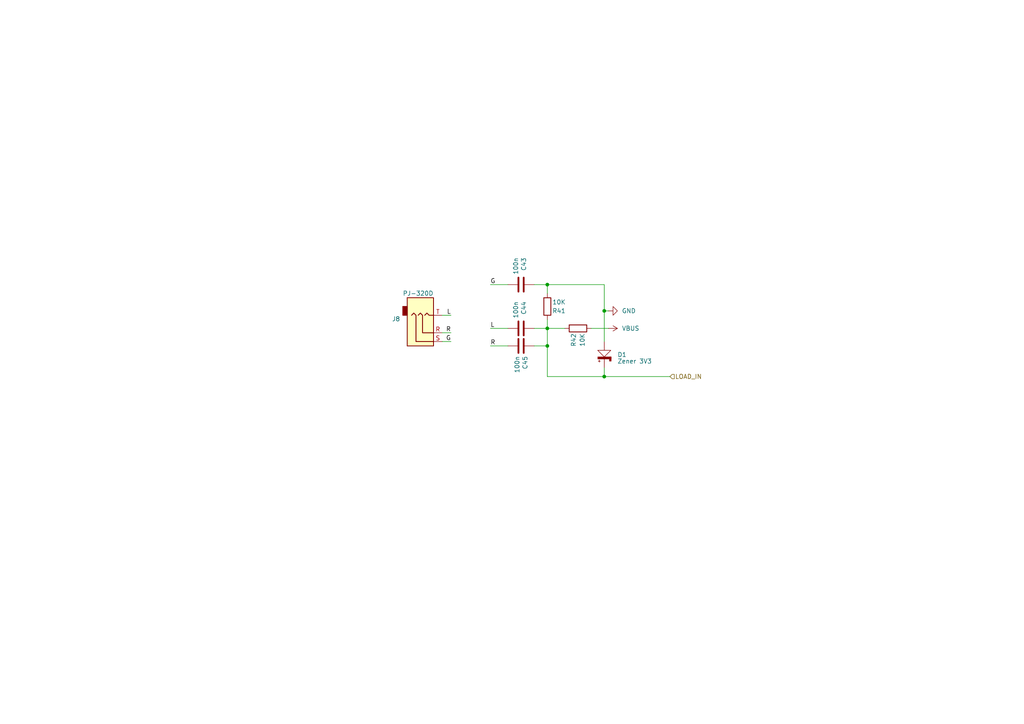
<source format=kicad_sch>
(kicad_sch (version 20250114) (generator "eeschema") (generator_version "9.0")
  (paper "A4")
  (title_block (title "${NAME} ${MODEL}") (date "2025-07-03") (rev "${VERSION}") (company "Mikhail Matveev") (comment 1 "https://github.com/rh1tech/echo"))
  (lib_symbols
    (symbol "Device:C" (pin_numbers (hide yes)) (pin_names (offset 0.254))
      (property "Reference" "C" (at 0.635 2.54 0))
      (property "Value" "C" (at 0.635 -2.54 0))
      (symbol "C_0_1"
        (polyline (pts (xy -2.032 0.762) (xy 2.032 0.762)) (stroke (width 0.508)))
        (polyline (pts (xy -2.032 -0.762) (xy 2.032 -0.762)) (stroke (width 0.508)))
      )
      (symbol "C_1_1"
        (pin passive line (at 0 3.81 270) (length 2.794) (name "~") (number "1"))
        (pin passive line (at 0 -3.81 90) (length 2.794) (name "~") (number "2"))
      )
    )
    (symbol "Device:R" (pin_numbers (hide yes)) (pin_names (offset 0))
      (property "Reference" "R" (at 2.032 0 90))
      (property "Value" "R" (at 0 0 90))
      (symbol "R_0_1"
        (rectangle (start -1.016 -2.54) (end 1.016 2.54) (stroke (width 0.254)))
      )
      (symbol "R_1_1"
        (pin passive line (at 0 3.81 270) (length 1.27) (name "~") (number "1"))
        (pin passive line (at 0 -3.81 90) (length 1.27) (name "~") (number "2"))
      )
    )
    (symbol "FRANK:AudioJack_3.5mm"
      (property "Reference" "AJ2" (at -7.1119 -4.0097 0))
      (symbol "AudioJack_3.5mm_0_1"
        (rectangle (start -5.08 -5.08) (end -6.35 -7.62) (stroke (width 0.254)) (fill (type outline)))
        (polyline (pts (xy -1.905 -5.08) (xy -1.27 -5.715) (xy -0.635 -5.08) (xy -0.635 0) (xy 2.54 0)) (stroke (width 0.254)))
        (polyline (pts (xy 0 -5.08) (xy 0.635 -5.715) (xy 1.27 -5.08) (xy 2.54 -5.08)) (stroke (width 0.254)))
        (rectangle (start 2.54 3.81) (end -5.08 -10.16) (stroke (width 0.254)) (fill (type background)))
        (polyline (pts (xy 2.54 2.54) (xy -2.54 2.54) (xy -2.54 -5.08) (xy -3.175 -5.715) (xy -3.81 -5.08)) (stroke (width 0.254)))
      )
      (symbol "AudioJack_3.5mm_1_1"
        (pin passive line (at 5.08 2.54 180) (length 2.54) (name "~") (number "S"))
        (pin passive line (at 5.08 0 180) (length 2.54) (name "~") (number "R"))
        (pin passive line (at 5.08 -5.08 180) (length 2.54) (name "~") (number "T"))
      )
    )
    (symbol "PCM_Nuova-Elettronica-Diodes:Zener" (pin_numbers (hide yes)) (pin_names (hide yes))
      (property "Reference" "DZ" (at 0 4.826 0))
      (symbol "Zener_1_1"
        (polyline (pts (xy -2.54 0) (xy -1.27 0)))
        (rectangle (start -1.8923 -1.4986) (end -0.6523 -2.0286) (stroke (width 0.01)) (fill (type outline)))
        (rectangle (start -1.27 1.8923) (end -0.635 -1.9939) (stroke (width 0.01)) (fill (type outline)))
        (polyline (pts (xy -0.635 0) (xy 1.27 1.905) (xy 1.27 -1.905) (xy -0.635 0)))
        (text "+" (at -1.875 1.5 0) (effects (font (size 0.8 0.8))))
        (pin passive line (at -3.81 0 0) (length 2.54) (name "~") (number "1"))
        (pin passive line (at 3.81 0 180) (length 2.54) (name "~") (number "2"))
      )
    )
    (symbol "power:GND" (power) (pin_numbers (hide yes)) (pin_names (offset 0) (hide yes))
      (property "Value" "GND" (at 0 -3.81 0))
      (symbol "GND_0_1"
        (polyline (pts (xy 0 0) (xy 0 -1.27) (xy 1.27 -1.27) (xy 0 -2.54) (xy -1.27 -1.27) (xy 0 -1.27)))
      )
      (symbol "GND_1_1"
        (pin power_in line (at 0 0 270) (length 0) (name "~") (number "1"))
      )
    )
    (symbol "power:VBUS" (power) (pin_numbers (hide yes)) (pin_names (offset 0) (hide yes))
      (property "Value" "VBUS" (at 0 3.556 0))
      (symbol "VBUS_0_1"
        (polyline (pts (xy -0.762 1.27) (xy 0 2.54)))
        (polyline (pts (xy 0 2.54) (xy 0.762 1.27)))
        (polyline (pts (xy 0 0) (xy 0 2.54)))
      )
      (symbol "VBUS_1_1"
        (pin power_in line (at 0 0 90) (length 0) (name "~") (number "1"))
      )
    )
  )
  (junction (at 175.26 90.17))
  (junction (at 175.26 109.22))
  (junction (at 158.75 100.33))
  (junction (at 158.75 82.55))
  (junction (at 158.75 95.25))
  (wire (pts (xy 128.27 96.52) (xy 130.81 96.52)))
  (wire (pts (xy 175.26 109.22) (xy 194.31 109.22)))
  (wire (pts (xy 158.75 100.33) (xy 158.75 109.22)))
  (wire (pts (xy 154.94 82.55) (xy 158.75 82.55)))
  (wire (pts (xy 158.75 109.22) (xy 175.26 109.22)))
  (wire (pts (xy 158.75 92.71) (xy 158.75 95.25)))
  (wire (pts (xy 128.27 99.06) (xy 130.81 99.06)))
  (wire (pts (xy 128.27 91.44) (xy 130.81 91.44)))
  (wire (pts (xy 175.26 90.17) (xy 175.26 82.55)))
  (wire (pts (xy 158.75 95.25) (xy 158.75 100.33)))
  (wire (pts (xy 142.24 100.33) (xy 147.32 100.33)))
  (wire (pts (xy 171.45 95.25) (xy 176.53 95.25)))
  (wire (pts (xy 154.94 95.25) (xy 158.75 95.25)))
  (wire (pts (xy 175.26 90.17) (xy 176.53 90.17)))
  (wire (pts (xy 154.94 100.33) (xy 158.75 100.33)))
  (wire (pts (xy 142.24 82.55) (xy 147.32 82.55)))
  (wire (pts (xy 158.75 82.55) (xy 175.26 82.55)))
  (wire (pts (xy 175.26 109.22) (xy 175.26 106.68)))
  (wire (pts (xy 142.24 95.25) (xy 147.32 95.25)))
  (wire (pts (xy 158.75 95.25) (xy 163.83 95.25)))
  (wire (pts (xy 175.26 99.06) (xy 175.26 90.17)))
  (wire (pts (xy 158.75 82.55) (xy 158.75 85.09)))
  (label "R" (at 130.81 96.52 180))
  (label "R" (at 142.24 100.33 0))
  (label "L" (at 130.81 91.44 180))
  (label "L" (at 142.24 95.25 0))
  (label "G" (at 130.81 99.06 180))
  (label "G" (at 142.24 82.55 0))
  (hierarchical_label "LOAD_IN" (shape input) (at 194.31 109.22 0))
  (symbol (lib_id "Device:C") (at 151.13 100.33 270) (unit 1)
    (property "Reference" "C45" (at 152.2984 103.251 0) (effects (justify left)))
    (property "Value" "100n" (at 149.987 103.251 0) (effects (justify left)))
    (property "Footprint" "FRANK:Capacitor (0402)" (effects (hide yes)))
    (property "Datasheet" "https://eu.mouser.com/datasheet/2/40/KGM_X7R-3223212.pdf" (effects (hide yes)))
    (property "AliExpress" "https://www.aliexpress.com/item/33008008276.html" (effects (hide yes)))
  )
  (symbol (lib_id "power:VBUS") (at 176.53 95.25 270) (unit 1)
    (property "Reference" "#PWR090" (effects (hide yes)))
    (property "Value" "VBUS" (at 180.34 95.2499 90) (effects (justify left)))
    (property "Description" "Power symbol creates a global label with name \"VBUS\"" (effects (hide yes)))
  )
  (symbol (lib_id "FRANK:AudioJack_3.5mm") (at 123.19 96.52 0) (mirror x) (unit 1)
    (property "Reference" "J8" (at 116.0781 92.5103 0) (effects (justify right)))
    (property "Value" "PJ-320D" (at 125.73 85.09 0) (effects (justify right)))
    (property "Footprint" "FRANK:Jack (3.5mm, PJ-320D)" (effects (hide yes)))
    (property "Datasheet" "https://www.lcsc.com/datasheet/lcsc_datasheet_1810121716_Korean-Hroparts-Elec-PJ-320D-4A_C95562.pdf" (effects (hide yes)))
    (property "AliExpress" "https://www.aliexpress.com/item/4001158231104.html" (effects (hide yes)))
  )
  (symbol (lib_id "Device:C") (at 151.13 95.25 270) (unit 1)
    (property "Reference" "C44" (at 151.9174 87.376 0) (effects (justify left)))
    (property "Value" "100n" (at 149.606 87.376 0) (effects (justify left)))
    (property "Footprint" "FRANK:Capacitor (0402)" (effects (hide yes)))
    (property "Datasheet" "https://eu.mouser.com/datasheet/2/40/KGM_X7R-3223212.pdf" (effects (hide yes)))
    (property "AliExpress" "https://www.aliexpress.com/item/33008008276.html" (effects (hide yes)))
  )
  (symbol (lib_id "Device:C") (at 151.13 82.55 270) (unit 1)
    (property "Reference" "C43" (at 151.9174 74.676 0) (effects (justify left)))
    (property "Value" "100n" (at 149.606 74.676 0) (effects (justify left)))
    (property "Footprint" "FRANK:Capacitor (0402)" (effects (hide yes)))
    (property "Datasheet" "https://eu.mouser.com/datasheet/2/40/KGM_X7R-3223212.pdf" (effects (hide yes)))
    (property "AliExpress" "https://www.aliexpress.com/item/33008008276.html" (effects (hide yes)))
  )
  (symbol (lib_id "PCM_Nuova-Elettronica-Diodes:Zener") (at 175.26 102.87 90) (unit 1)
    (property "Reference" "D1" (at 179.07 102.8699 90) (effects (justify right)))
    (property "Value" "Zener 3V3" (at 179.07 104.775 90) (effects (justify right)))
    (property "Footprint" "FRANK:Diode (SOD-323)" (effects (hide yes)))
  )
  (symbol (lib_id "Device:R") (at 158.75 88.9 180) (unit 1)
    (property "Reference" "R41" (at 164.084 90.17 0) (effects (justify left)))
    (property "Value" "10K" (at 164.084 87.63 0) (effects (justify left)))
    (property "Footprint" "FRANK:Resistor (0402)" (effects (hide yes)))
    (property "Datasheet" "https://www.vishay.com/docs/28952/mcs0402at-mct0603at-mcu0805at-mca1206at.pdf" (effects (hide yes)))
    (property "AliExpress" "https://www.aliexpress.com/item/1005005945735199.html" (effects (hide yes)))
  )
  (symbol (lib_id "Device:R") (at 167.64 95.25 90) (unit 1)
    (property "Reference" "R42" (at 166.37 100.584 0) (effects (justify left)))
    (property "Value" "10K" (at 168.91 100.584 0) (effects (justify left)))
    (property "Footprint" "FRANK:Resistor (0402)" (effects (hide yes)))
    (property "Datasheet" "https://www.vishay.com/docs/28952/mcs0402at-mct0603at-mcu0805at-mca1206at.pdf" (effects (hide yes)))
    (property "AliExpress" "https://www.aliexpress.com/item/1005005945735199.html" (effects (hide yes)))
  )
  (symbol (lib_id "power:GND") (at 176.53 90.17 90) (unit 1)
    (property "Reference" "#PWR089" (effects (hide yes)))
    (property "Value" "GND" (at 180.34 90.1699 90) (effects (justify right)))
    (property "Description" "Power symbol creates a global label with name \"GND\" , ground" (effects (hide yes)))
  )
)
</source>
